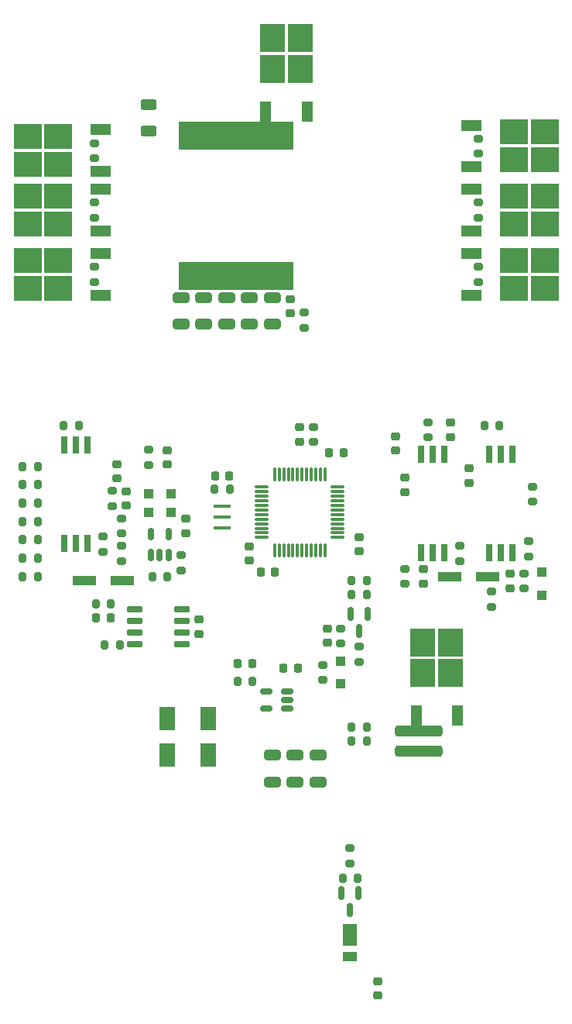
<source format=gbr>
%TF.GenerationSoftware,KiCad,Pcbnew,8.0.6*%
%TF.CreationDate,2024-11-18T00:02:46+09:00*%
%TF.ProjectId,ORION_boost_v5,4f52494f-4e5f-4626-9f6f-73745f76352e,rev?*%
%TF.SameCoordinates,Original*%
%TF.FileFunction,Paste,Bot*%
%TF.FilePolarity,Positive*%
%FSLAX46Y46*%
G04 Gerber Fmt 4.6, Leading zero omitted, Abs format (unit mm)*
G04 Created by KiCad (PCBNEW 8.0.6) date 2024-11-18 00:02:46*
%MOMM*%
%LPD*%
G01*
G04 APERTURE LIST*
G04 Aperture macros list*
%AMRoundRect*
0 Rectangle with rounded corners*
0 $1 Rounding radius*
0 $2 $3 $4 $5 $6 $7 $8 $9 X,Y pos of 4 corners*
0 Add a 4 corners polygon primitive as box body*
4,1,4,$2,$3,$4,$5,$6,$7,$8,$9,$2,$3,0*
0 Add four circle primitives for the rounded corners*
1,1,$1+$1,$2,$3*
1,1,$1+$1,$4,$5*
1,1,$1+$1,$6,$7*
1,1,$1+$1,$8,$9*
0 Add four rect primitives between the rounded corners*
20,1,$1+$1,$2,$3,$4,$5,0*
20,1,$1+$1,$4,$5,$6,$7,0*
20,1,$1+$1,$6,$7,$8,$9,0*
20,1,$1+$1,$8,$9,$2,$3,0*%
G04 Aperture macros list end*
%ADD10RoundRect,0.200000X-0.200000X-0.275000X0.200000X-0.275000X0.200000X0.275000X-0.200000X0.275000X0*%
%ADD11R,1.000000X1.000000*%
%ADD12RoundRect,0.250000X-0.625000X0.312500X-0.625000X-0.312500X0.625000X-0.312500X0.625000X0.312500X0*%
%ADD13R,2.580000X1.000000*%
%ADD14R,3.050000X2.750000*%
%ADD15R,2.200000X1.200000*%
%ADD16R,1.200000X1.200000*%
%ADD17R,1.000000X1.200000*%
%ADD18RoundRect,0.200000X0.200000X0.275000X-0.200000X0.275000X-0.200000X-0.275000X0.200000X-0.275000X0*%
%ADD19RoundRect,0.225000X-0.225000X-0.250000X0.225000X-0.250000X0.225000X0.250000X-0.225000X0.250000X0*%
%ADD20RoundRect,0.200000X0.275000X-0.200000X0.275000X0.200000X-0.275000X0.200000X-0.275000X-0.200000X0*%
%ADD21RoundRect,0.150000X0.150000X-0.512500X0.150000X0.512500X-0.150000X0.512500X-0.150000X-0.512500X0*%
%ADD22RoundRect,0.200000X-0.275000X0.200000X-0.275000X-0.200000X0.275000X-0.200000X0.275000X0.200000X0*%
%ADD23RoundRect,0.225000X-0.250000X0.225000X-0.250000X-0.225000X0.250000X-0.225000X0.250000X0.225000X0*%
%ADD24RoundRect,0.250000X0.650000X-0.325000X0.650000X0.325000X-0.650000X0.325000X-0.650000X-0.325000X0*%
%ADD25RoundRect,0.225000X0.225000X0.250000X-0.225000X0.250000X-0.225000X-0.250000X0.225000X-0.250000X0*%
%ADD26RoundRect,0.225000X0.250000X-0.225000X0.250000X0.225000X-0.250000X0.225000X-0.250000X-0.225000X0*%
%ADD27RoundRect,0.150000X0.512500X0.150000X-0.512500X0.150000X-0.512500X-0.150000X0.512500X-0.150000X0*%
%ADD28R,1.500000X2.400000*%
%ADD29R,1.500000X1.050000*%
%ADD30RoundRect,0.250000X-0.650000X0.325000X-0.650000X-0.325000X0.650000X-0.325000X0.650000X0.325000X0*%
%ADD31R,1.900000X0.400000*%
%ADD32R,0.640000X1.900000*%
%ADD33RoundRect,0.150000X0.725000X0.150000X-0.725000X0.150000X-0.725000X-0.150000X0.725000X-0.150000X0*%
%ADD34RoundRect,0.150000X-0.150000X0.587500X-0.150000X-0.587500X0.150000X-0.587500X0.150000X0.587500X0*%
%ADD35R,2.750000X3.050000*%
%ADD36R,1.200000X2.200000*%
%ADD37R,1.800000X2.500000*%
%ADD38RoundRect,0.250000X2.350000X-0.325000X2.350000X0.325000X-2.350000X0.325000X-2.350000X-0.325000X0*%
%ADD39RoundRect,0.075000X-0.662500X-0.075000X0.662500X-0.075000X0.662500X0.075000X-0.662500X0.075000X0*%
%ADD40RoundRect,0.075000X-0.075000X-0.662500X0.075000X-0.662500X0.075000X0.662500X-0.075000X0.662500X0*%
%ADD41R,12.500000X3.150000*%
G04 APERTURE END LIST*
D10*
%TO.C,R10*%
X104175000Y-109000000D03*
X105825000Y-109000000D03*
%TD*%
D11*
%TO.C,D17*%
X131000000Y-117750000D03*
X131000000Y-115250000D03*
%TD*%
D12*
%TO.C,R37*%
X110000000Y-54437500D03*
X110000000Y-57362500D03*
%TD*%
D13*
%TO.C,J9*%
X107085000Y-106500000D03*
X102915000Y-106500000D03*
%TD*%
D14*
%TO.C,Q1*%
X100075000Y-74525000D03*
X100075000Y-71475000D03*
X96725000Y-74525000D03*
X96725000Y-71475000D03*
D15*
X104700000Y-70720000D03*
D16*
X105200000Y-75280000D03*
D17*
X104106800Y-75280000D03*
%TD*%
D10*
%TO.C,R36*%
X132175000Y-124000000D03*
X133825000Y-124000000D03*
%TD*%
D18*
%TO.C,R3*%
X97825000Y-104000000D03*
X96175000Y-104000000D03*
%TD*%
D19*
%TO.C,C1*%
X117225000Y-95000000D03*
X118775000Y-95000000D03*
%TD*%
D20*
%TO.C,R9*%
X138000000Y-106825000D03*
X138000000Y-105175000D03*
%TD*%
%TO.C,R12*%
X104977500Y-103325000D03*
X104977500Y-101675000D03*
%TD*%
D21*
%TO.C,GD1*%
X112125000Y-103637500D03*
X111175000Y-103637500D03*
X110225000Y-103637500D03*
X110225000Y-101362500D03*
X112125000Y-101362500D03*
%TD*%
D22*
%TO.C,R19*%
X107000000Y-99675000D03*
X107000000Y-101325000D03*
%TD*%
D18*
%TO.C,R4*%
X97825000Y-102000000D03*
X96175000Y-102000000D03*
%TD*%
%TO.C,R23*%
X112000000Y-106000000D03*
X110350000Y-106000000D03*
%TD*%
D23*
%TO.C,C6*%
X133000000Y-101725000D03*
X133000000Y-103275000D03*
%TD*%
D24*
%TO.C,C15*%
X123500000Y-128475000D03*
X123500000Y-125525000D03*
%TD*%
D20*
%TO.C,R14*%
X147500000Y-109325000D03*
X147500000Y-107675000D03*
%TD*%
D23*
%TO.C,C7*%
X140000000Y-105225000D03*
X140000000Y-106775000D03*
%TD*%
D25*
%TO.C,C11*%
X126275000Y-116000000D03*
X124725000Y-116000000D03*
%TD*%
D14*
%TO.C,Q9*%
X149925000Y-57475000D03*
X149925000Y-60525000D03*
X153275000Y-57475000D03*
X153275000Y-60525000D03*
D15*
X145300000Y-61280000D03*
X145300000Y-56720000D03*
%TD*%
D22*
%TO.C,R11*%
X128000000Y-89675000D03*
X128000000Y-91325000D03*
%TD*%
D19*
%TO.C,C3*%
X129725000Y-92500000D03*
X131275000Y-92500000D03*
%TD*%
D10*
%TO.C,R28*%
X132175000Y-106500000D03*
X133825000Y-106500000D03*
%TD*%
D18*
%TO.C,R45*%
X118825000Y-96500000D03*
X117175000Y-96500000D03*
%TD*%
D22*
%TO.C,R39*%
X104000000Y-65175000D03*
X104000000Y-66825000D03*
%TD*%
%TO.C,R32*%
X133000000Y-113675000D03*
X133000000Y-115325000D03*
%TD*%
D26*
%TO.C,C32*%
X125500000Y-77275000D03*
X125500000Y-75725000D03*
%TD*%
D27*
%TO.C,U3*%
X125137500Y-118550000D03*
X125137500Y-119500000D03*
X125137500Y-120450000D03*
X122862500Y-120450000D03*
X122862500Y-118550000D03*
%TD*%
D28*
%TO.C,D6*%
X132000000Y-145150000D03*
D29*
X132000000Y-147525000D03*
%TD*%
D18*
%TO.C,R5*%
X97825000Y-100000000D03*
X96175000Y-100000000D03*
%TD*%
D22*
%TO.C,R30*%
X129000000Y-115675000D03*
X129000000Y-117325000D03*
%TD*%
%TO.C,R29*%
X146000000Y-72175000D03*
X146000000Y-73825000D03*
%TD*%
%TO.C,R25*%
X140500000Y-89175000D03*
X140500000Y-90825000D03*
%TD*%
D25*
%TO.C,C9*%
X105775000Y-110500000D03*
X104225000Y-110500000D03*
%TD*%
D30*
%TO.C,C25*%
X118500000Y-75525000D03*
X118500000Y-78475000D03*
%TD*%
D14*
%TO.C,Q6*%
X100075000Y-61025000D03*
X100075000Y-57975000D03*
X96725000Y-61025000D03*
X96725000Y-57975000D03*
D15*
X104700000Y-57220000D03*
X104700000Y-61780000D03*
%TD*%
D26*
%TO.C,C4*%
X121000000Y-104275000D03*
X121000000Y-102725000D03*
%TD*%
D14*
%TO.C,Q8*%
X100075000Y-67525000D03*
X100075000Y-64475000D03*
X96725000Y-67525000D03*
X96725000Y-64475000D03*
D15*
X104700000Y-63720000D03*
X104700000Y-68280000D03*
%TD*%
D26*
%TO.C,C13*%
X106500000Y-95275000D03*
X106500000Y-93725000D03*
%TD*%
D18*
%TO.C,R44*%
X97825000Y-94000000D03*
X96175000Y-94000000D03*
%TD*%
D31*
%TO.C,X1*%
X118000000Y-98300000D03*
X118000000Y-99500000D03*
X118000000Y-100700000D03*
%TD*%
D20*
%TO.C,R41*%
X132000000Y-137325000D03*
X132000000Y-135675000D03*
%TD*%
D32*
%TO.C,PC2*%
X149770000Y-103370000D03*
X148500000Y-103370000D03*
X147230000Y-103370000D03*
X147230000Y-92630000D03*
X148500000Y-92630000D03*
X149770000Y-92630000D03*
%TD*%
D10*
%TO.C,R22*%
X146675000Y-89500000D03*
X148325000Y-89500000D03*
%TD*%
D26*
%TO.C,C21*%
X143000000Y-90775000D03*
X143000000Y-89225000D03*
%TD*%
%TO.C,C22*%
X137000000Y-92275000D03*
X137000000Y-90725000D03*
%TD*%
%TO.C,C10*%
X126500000Y-91275000D03*
X126500000Y-89725000D03*
%TD*%
D22*
%TO.C,R18*%
X107000000Y-102675000D03*
X107000000Y-104325000D03*
%TD*%
D33*
%TO.C,U2*%
X113575000Y-109595000D03*
X113575000Y-110865000D03*
X113575000Y-112135000D03*
X113575000Y-113405000D03*
X108425000Y-113405000D03*
X108425000Y-112135000D03*
X108425000Y-110865000D03*
X108425000Y-109595000D03*
%TD*%
D26*
%TO.C,C8*%
X135000000Y-151775000D03*
X135000000Y-150225000D03*
%TD*%
D22*
%TO.C,R38*%
X110000000Y-92175000D03*
X110000000Y-93825000D03*
%TD*%
D34*
%TO.C,Q3*%
X132050000Y-110062500D03*
X133950000Y-110062500D03*
X133000000Y-111937500D03*
%TD*%
D35*
%TO.C,Q4*%
X139975000Y-116575000D03*
X143025000Y-116575000D03*
X139975000Y-113225000D03*
X143025000Y-113225000D03*
D36*
X143780000Y-121200000D03*
X139220000Y-121200000D03*
%TD*%
D23*
%TO.C,C19*%
X138000000Y-95225000D03*
X138000000Y-96775000D03*
%TD*%
D22*
%TO.C,R40*%
X146000000Y-58175000D03*
X146000000Y-59825000D03*
%TD*%
D37*
%TO.C,D16*%
X112000000Y-121500000D03*
X112000000Y-125500000D03*
%TD*%
D11*
%TO.C,D24*%
X112425000Y-97000000D03*
X109925000Y-97000000D03*
%TD*%
D18*
%TO.C,R8*%
X106825000Y-113500000D03*
X105175000Y-113500000D03*
%TD*%
D20*
%TO.C,R1*%
X152000000Y-97825000D03*
X152000000Y-96175000D03*
%TD*%
D23*
%TO.C,C14*%
X145000000Y-94225000D03*
X145000000Y-95775000D03*
%TD*%
D24*
%TO.C,C17*%
X126000000Y-128475000D03*
X126000000Y-125525000D03*
%TD*%
D38*
%TO.C,R26*%
X139500000Y-125125000D03*
X139500000Y-122875000D03*
%TD*%
D18*
%TO.C,R2*%
X97825000Y-106000000D03*
X96175000Y-106000000D03*
%TD*%
D37*
%TO.C,D27*%
X116500000Y-121500000D03*
X116500000Y-125500000D03*
%TD*%
D30*
%TO.C,C24*%
X121000000Y-75525000D03*
X121000000Y-78475000D03*
%TD*%
D10*
%TO.C,R21*%
X100675000Y-89500000D03*
X102325000Y-89500000D03*
%TD*%
D32*
%TO.C,PC1*%
X103270000Y-102370000D03*
X102000000Y-102370000D03*
X100730000Y-102370000D03*
X100730000Y-91630000D03*
X102000000Y-91630000D03*
X103270000Y-91630000D03*
%TD*%
D20*
%TO.C,TH1*%
X127000000Y-78825000D03*
X127000000Y-77175000D03*
%TD*%
D30*
%TO.C,C26*%
X116000000Y-75525000D03*
X116000000Y-78475000D03*
%TD*%
D39*
%TO.C,U1*%
X122337500Y-101750000D03*
X122337500Y-101250000D03*
X122337500Y-100750000D03*
X122337500Y-100250000D03*
X122337500Y-99750000D03*
X122337500Y-99250000D03*
X122337500Y-98750000D03*
X122337500Y-98250000D03*
X122337500Y-97750000D03*
X122337500Y-97250000D03*
X122337500Y-96750000D03*
X122337500Y-96250000D03*
D40*
X123750000Y-94837500D03*
X124250000Y-94837500D03*
X124750000Y-94837500D03*
X125250000Y-94837500D03*
X125750000Y-94837500D03*
X126250000Y-94837500D03*
X126750000Y-94837500D03*
X127250000Y-94837500D03*
X127750000Y-94837500D03*
X128250000Y-94837500D03*
X128750000Y-94837500D03*
X129250000Y-94837500D03*
D39*
X130662500Y-96250000D03*
X130662500Y-96750000D03*
X130662500Y-97250000D03*
X130662500Y-97750000D03*
X130662500Y-98250000D03*
X130662500Y-98750000D03*
X130662500Y-99250000D03*
X130662500Y-99750000D03*
X130662500Y-100250000D03*
X130662500Y-100750000D03*
X130662500Y-101250000D03*
X130662500Y-101750000D03*
D40*
X129250000Y-103162500D03*
X128750000Y-103162500D03*
X128250000Y-103162500D03*
X127750000Y-103162500D03*
X127250000Y-103162500D03*
X126750000Y-103162500D03*
X126250000Y-103162500D03*
X125750000Y-103162500D03*
X125250000Y-103162500D03*
X124750000Y-103162500D03*
X124250000Y-103162500D03*
X123750000Y-103162500D03*
%TD*%
D22*
%TO.C,R20*%
X106000000Y-96675000D03*
X106000000Y-98325000D03*
%TD*%
D41*
%TO.C,L1*%
X119500000Y-73175000D03*
X119500000Y-57825000D03*
%TD*%
D23*
%TO.C,C2*%
X115500000Y-110725000D03*
X115500000Y-112275000D03*
%TD*%
D10*
%TO.C,R35*%
X132175000Y-122500000D03*
X133825000Y-122500000D03*
%TD*%
D22*
%TO.C,R43*%
X131000000Y-111675000D03*
X131000000Y-113325000D03*
%TD*%
D23*
%TO.C,C12*%
X149500000Y-105725000D03*
X149500000Y-107275000D03*
%TD*%
D30*
%TO.C,C18*%
X113500000Y-75525000D03*
X113500000Y-78475000D03*
%TD*%
D24*
%TO.C,C16*%
X128500000Y-128475000D03*
X128500000Y-125525000D03*
%TD*%
D22*
%TO.C,R24*%
X113500000Y-103675000D03*
X113500000Y-105325000D03*
%TD*%
%TO.C,R27*%
X104000000Y-72175000D03*
X104000000Y-73825000D03*
%TD*%
D26*
%TO.C,C31*%
X107500000Y-98275000D03*
X107500000Y-96725000D03*
%TD*%
%TO.C,C29*%
X112000000Y-93775000D03*
X112000000Y-92225000D03*
%TD*%
D32*
%TO.C,PC3*%
X142270000Y-103370000D03*
X141000000Y-103370000D03*
X139730000Y-103370000D03*
X139730000Y-92630000D03*
X141000000Y-92630000D03*
X142270000Y-92630000D03*
%TD*%
D23*
%TO.C,C34*%
X129500000Y-111725000D03*
X129500000Y-113275000D03*
%TD*%
D22*
%TO.C,R33*%
X104000000Y-58675000D03*
X104000000Y-60325000D03*
%TD*%
D30*
%TO.C,C23*%
X123500000Y-75525000D03*
X123500000Y-78475000D03*
%TD*%
D34*
%TO.C,Q10*%
X131050000Y-140562500D03*
X132950000Y-140562500D03*
X132000000Y-142437500D03*
%TD*%
D20*
%TO.C,R16*%
X144000000Y-104325000D03*
X144000000Y-102675000D03*
%TD*%
D25*
%TO.C,C5*%
X123775000Y-105500000D03*
X122225000Y-105500000D03*
%TD*%
D19*
%TO.C,C35*%
X119725000Y-115500000D03*
X121275000Y-115500000D03*
%TD*%
D14*
%TO.C,Q2*%
X149925000Y-71475000D03*
X149925000Y-74525000D03*
X153275000Y-71475000D03*
X153275000Y-74525000D03*
D15*
X145300000Y-75280000D03*
D16*
X144800000Y-70720000D03*
D17*
X145893200Y-70720000D03*
%TD*%
D18*
%TO.C,R42*%
X132825000Y-139000000D03*
X131175000Y-139000000D03*
%TD*%
D35*
%TO.C,D19*%
X123475000Y-50575000D03*
X126525000Y-50575000D03*
X123475000Y-47225000D03*
X126525000Y-47225000D03*
D36*
X122720000Y-55200000D03*
X127280000Y-55200000D03*
%TD*%
D26*
%TO.C,C30*%
X114000000Y-101275000D03*
X114000000Y-99725000D03*
%TD*%
D22*
%TO.C,R34*%
X146000000Y-65175000D03*
X146000000Y-66825000D03*
%TD*%
D18*
%TO.C,R17*%
X97825000Y-96000000D03*
X96175000Y-96000000D03*
%TD*%
D13*
%TO.C,J8*%
X147085000Y-106000000D03*
X142915000Y-106000000D03*
%TD*%
D18*
%TO.C,R31*%
X133825000Y-108000000D03*
X132175000Y-108000000D03*
%TD*%
D14*
%TO.C,Q7*%
X149925000Y-64475000D03*
X149925000Y-67525000D03*
X153275000Y-64475000D03*
X153275000Y-67525000D03*
D15*
X145300000Y-68280000D03*
X145300000Y-63720000D03*
%TD*%
D11*
%TO.C,D15*%
X153000000Y-108037500D03*
X153000000Y-105537500D03*
%TD*%
D20*
%TO.C,R15*%
X151000000Y-107325000D03*
X151000000Y-105675000D03*
%TD*%
%TO.C,R13*%
X151500000Y-103825000D03*
X151500000Y-102175000D03*
%TD*%
D10*
%TO.C,R7*%
X119675000Y-117500000D03*
X121325000Y-117500000D03*
%TD*%
D11*
%TO.C,D23*%
X109925000Y-99000000D03*
X112425000Y-99000000D03*
%TD*%
D18*
%TO.C,R6*%
X97825000Y-98000000D03*
X96175000Y-98000000D03*
%TD*%
M02*

</source>
